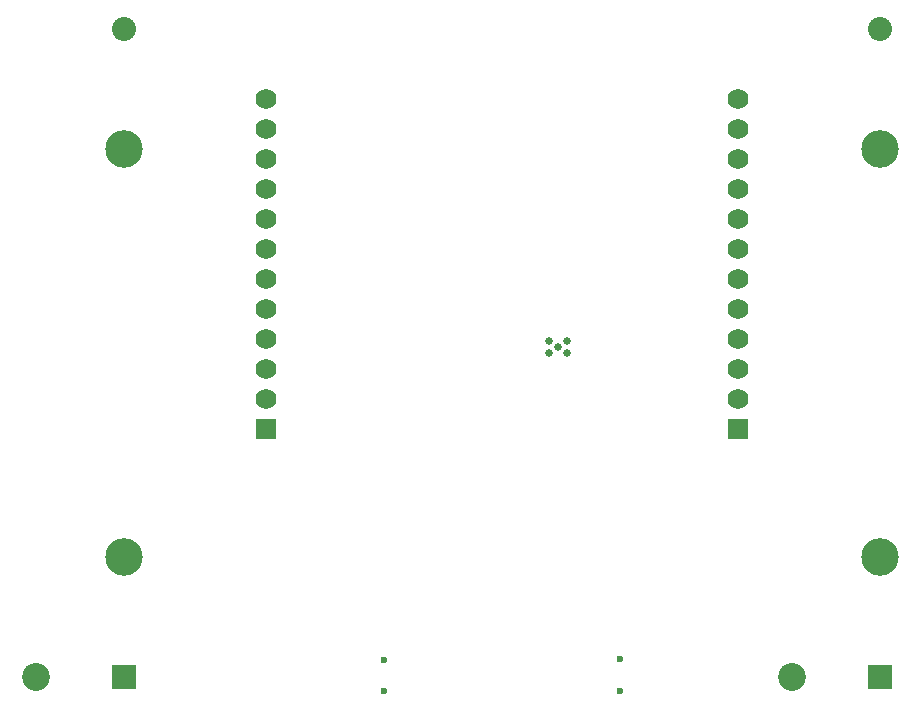
<source format=gbr>
G04 DipTrace 2.4.0.2*
%INBottomMask.gbr*%
%MOMM*%
%ADD43C,3.18*%
%ADD44C,2.36*%
%ADD45C,0.6*%
%ADD61C,0.64*%
%ADD71C,1.76*%
%ADD73R,1.76X1.76*%
%ADD79C,2.04*%
%ADD81R,2.04X2.04*%
%FSLAX53Y53*%
G04*
G71*
G90*
G75*
G01*
%LNBotMask*%
%LPD*%
D81*
X27580Y43910D3*
D79*
Y98770D3*
D43*
Y54070D3*
Y88610D3*
D44*
X20110Y43910D3*
D73*
X39580Y64900D3*
D71*
Y67440D3*
Y69980D3*
Y72520D3*
Y75060D3*
Y77600D3*
Y80140D3*
Y82680D3*
Y85220D3*
Y87760D3*
Y90300D3*
Y92840D3*
D73*
X79580Y64900D3*
D71*
Y67440D3*
Y69980D3*
Y72520D3*
Y75060D3*
Y77600D3*
Y80140D3*
Y82680D3*
Y85220D3*
Y87760D3*
Y90300D3*
Y92840D3*
D61*
X63569Y72307D3*
Y71307D3*
X65069Y72307D3*
X64319Y71807D3*
X65069Y71307D3*
D45*
X69580Y45411D3*
Y42711D3*
X49580Y45363D3*
Y42663D3*
D81*
X91580Y43910D3*
D79*
Y98770D3*
D43*
Y54070D3*
Y88610D3*
D44*
X84110Y43910D3*
M02*

</source>
